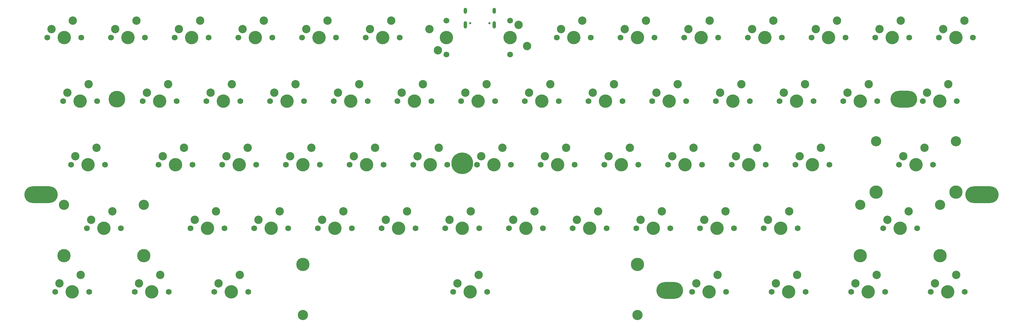
<source format=gts>
G04 #@! TF.GenerationSoftware,KiCad,Pcbnew,8.0.4*
G04 #@! TF.CreationDate,2024-08-16T15:43:28+02:00*
G04 #@! TF.ProjectId,keyboard,6b657962-6f61-4726-942e-6b696361645f,rev?*
G04 #@! TF.SameCoordinates,Original*
G04 #@! TF.FileFunction,Soldermask,Top*
G04 #@! TF.FilePolarity,Negative*
%FSLAX46Y46*%
G04 Gerber Fmt 4.6, Leading zero omitted, Abs format (unit mm)*
G04 Created by KiCad (PCBNEW 8.0.4) date 2024-08-16 15:43:28*
%MOMM*%
%LPD*%
G01*
G04 APERTURE LIST*
%ADD10C,0.650000*%
%ADD11O,1.000000X2.200000*%
%ADD12O,1.000000X1.800000*%
%ADD13C,3.048000*%
%ADD14C,3.987800*%
%ADD15C,1.750000*%
%ADD16C,4.000000*%
%ADD17C,2.500000*%
%ADD18C,6.500000*%
%ADD19O,8.000000X5.000000*%
%ADD20O,10.000000X5.000000*%
%ADD21C,5.000000*%
G04 APERTURE END LIST*
D10*
X130860000Y-5100000D03*
X136640000Y-5100000D03*
D11*
X129430000Y-5600000D03*
D12*
X129430000Y-1400000D03*
D11*
X138070000Y-5600000D03*
D12*
X138070000Y-1400000D03*
D13*
X180843750Y-92585000D03*
D14*
X180843750Y-77375000D03*
D13*
X80843750Y-92585000D03*
D14*
X80843750Y-77375000D03*
D15*
X128145000Y-28450000D03*
D16*
X133225000Y-28450000D03*
D15*
X138305000Y-28450000D03*
D17*
X129415000Y-25910000D03*
X135765000Y-23370000D03*
D15*
X185295000Y-28450000D03*
D16*
X190375000Y-28450000D03*
D15*
X195455000Y-28450000D03*
D17*
X186565000Y-25910000D03*
X192915000Y-23370000D03*
D15*
X175770000Y-9400000D03*
D16*
X180850000Y-9400000D03*
D15*
X185930000Y-9400000D03*
D17*
X177040000Y-6860000D03*
X183390000Y-4320000D03*
D15*
X221013750Y-85600000D03*
D16*
X226093750Y-85600000D03*
D15*
X231173750Y-85600000D03*
D17*
X222283750Y-83060000D03*
X228633750Y-80520000D03*
D18*
X128450000Y-47100000D03*
D15*
X99570000Y-9400000D03*
D16*
X104650000Y-9400000D03*
D15*
X109730000Y-9400000D03*
D17*
X100840000Y-6860000D03*
X107190000Y-4320000D03*
D15*
X244826250Y-85600000D03*
D16*
X249906250Y-85600000D03*
D15*
X254986250Y-85600000D03*
D17*
X246096250Y-83060000D03*
X252446250Y-80520000D03*
D15*
X251970000Y-9400000D03*
D16*
X257050000Y-9400000D03*
D15*
X262130000Y-9400000D03*
D17*
X253240000Y-6860000D03*
X259590000Y-4320000D03*
D15*
X42420000Y-9400000D03*
D16*
X47500000Y-9400000D03*
D15*
X52580000Y-9400000D03*
D17*
X43690000Y-6860000D03*
X50040000Y-4320000D03*
D15*
X23370000Y-9400000D03*
D16*
X28450000Y-9400000D03*
D15*
X33530000Y-9400000D03*
D17*
X24640000Y-6860000D03*
X30990000Y-4320000D03*
D15*
X223395000Y-28450000D03*
D16*
X228475000Y-28450000D03*
D15*
X233555000Y-28450000D03*
D17*
X224665000Y-25910000D03*
X231015000Y-23370000D03*
D15*
X209107500Y-47500000D03*
D16*
X214187500Y-47500000D03*
D15*
X219267500Y-47500000D03*
D17*
X210377500Y-44960000D03*
X216727500Y-42420000D03*
D15*
X142750000Y-4320000D03*
D16*
X142750000Y-9400000D03*
D15*
X142750000Y-14480000D03*
D17*
X145290000Y-5590000D03*
X147830000Y-11940000D03*
D15*
X156720000Y-9400000D03*
D16*
X161800000Y-9400000D03*
D15*
X166880000Y-9400000D03*
D17*
X157990000Y-6860000D03*
X164340000Y-4320000D03*
D15*
X268638750Y-85600000D03*
D16*
X273718750Y-85600000D03*
D15*
X278798750Y-85600000D03*
D17*
X269908750Y-83060000D03*
X276258750Y-80520000D03*
D15*
X37657500Y-47500000D03*
D16*
X42737500Y-47500000D03*
D15*
X47817500Y-47500000D03*
D17*
X38927500Y-44960000D03*
X45277500Y-42420000D03*
D15*
X4320000Y-9400000D03*
D16*
X9400000Y-9400000D03*
D15*
X14480000Y-9400000D03*
D17*
X5590000Y-6860000D03*
X11940000Y-4320000D03*
D15*
X204345000Y-28450000D03*
D16*
X209425000Y-28450000D03*
D15*
X214505000Y-28450000D03*
D17*
X205615000Y-25910000D03*
X211965000Y-23370000D03*
D15*
X259113750Y-47500000D03*
D16*
X264193750Y-47500000D03*
D15*
X269273750Y-47500000D03*
D17*
X260383750Y-44960000D03*
X266733750Y-42420000D03*
D15*
X161482500Y-66550000D03*
D16*
X166562500Y-66550000D03*
D15*
X171642500Y-66550000D03*
D17*
X162752500Y-64010000D03*
X169102500Y-61470000D03*
D15*
X104332500Y-66550000D03*
D16*
X109412500Y-66550000D03*
D15*
X114492500Y-66550000D03*
D17*
X105602500Y-64010000D03*
X111952500Y-61470000D03*
D15*
X123700000Y-14480000D03*
D16*
X123700000Y-9400000D03*
D15*
X123700000Y-4320000D03*
D17*
X121160000Y-13210000D03*
X118620000Y-6860000D03*
D15*
X194820000Y-9400000D03*
D16*
X199900000Y-9400000D03*
D15*
X204980000Y-9400000D03*
D17*
X196090000Y-6860000D03*
X202440000Y-4320000D03*
D19*
X260550000Y-27900000D03*
D15*
X242445000Y-28450000D03*
D16*
X247525000Y-28450000D03*
D15*
X252605000Y-28450000D03*
D17*
X243715000Y-25910000D03*
X250065000Y-23370000D03*
D15*
X109095000Y-28450000D03*
D16*
X114175000Y-28450000D03*
D15*
X119255000Y-28450000D03*
D17*
X110365000Y-25910000D03*
X116715000Y-23370000D03*
D15*
X132907500Y-47500000D03*
D16*
X137987500Y-47500000D03*
D15*
X143067500Y-47500000D03*
D17*
X134177500Y-44960000D03*
X140527500Y-42420000D03*
D15*
X171007500Y-47500000D03*
D16*
X176087500Y-47500000D03*
D15*
X181167500Y-47500000D03*
D17*
X172277500Y-44960000D03*
X178627500Y-42420000D03*
D15*
X151957500Y-47500000D03*
D16*
X157037500Y-47500000D03*
D15*
X162117500Y-47500000D03*
D17*
X153227500Y-44960000D03*
X159577500Y-42420000D03*
D15*
X32895000Y-28450000D03*
D16*
X37975000Y-28450000D03*
D15*
X43055000Y-28450000D03*
D17*
X34165000Y-25910000D03*
X40515000Y-23370000D03*
D15*
X232920000Y-9400000D03*
D16*
X238000000Y-9400000D03*
D15*
X243080000Y-9400000D03*
D17*
X234190000Y-6860000D03*
X240540000Y-4320000D03*
D15*
X85282500Y-66550000D03*
D16*
X90362500Y-66550000D03*
D15*
X95442500Y-66550000D03*
D17*
X86552500Y-64010000D03*
X92902500Y-61470000D03*
D15*
X190057500Y-47500000D03*
D16*
X195137500Y-47500000D03*
D15*
X200217500Y-47500000D03*
D17*
X191327500Y-44960000D03*
X197677500Y-42420000D03*
D20*
X2500000Y-56500000D03*
D15*
X197201250Y-85600000D03*
D16*
X202281250Y-85600000D03*
D15*
X207361250Y-85600000D03*
D17*
X198471250Y-83060000D03*
X204821250Y-80520000D03*
D15*
X54326250Y-85600000D03*
D16*
X59406250Y-85600000D03*
D15*
X64486250Y-85600000D03*
D17*
X55596250Y-83060000D03*
X61946250Y-80520000D03*
D15*
X125763750Y-85600000D03*
D16*
X130843750Y-85600000D03*
D15*
X135923750Y-85600000D03*
D17*
X127033750Y-83060000D03*
X133383750Y-80520000D03*
D15*
X147195000Y-28450000D03*
D16*
X152275000Y-28450000D03*
D15*
X157355000Y-28450000D03*
D17*
X148465000Y-25910000D03*
X154815000Y-23370000D03*
D15*
X75757500Y-47500000D03*
D16*
X80837500Y-47500000D03*
D15*
X85917500Y-47500000D03*
D17*
X77027500Y-44960000D03*
X83377500Y-42420000D03*
D15*
X254351250Y-66550000D03*
D16*
X259431250Y-66550000D03*
D15*
X264511250Y-66550000D03*
D17*
X255621250Y-64010000D03*
X261971250Y-61470000D03*
D15*
X166245000Y-28450000D03*
D16*
X171325000Y-28450000D03*
D15*
X176405000Y-28450000D03*
D17*
X167515000Y-25910000D03*
X173865000Y-23370000D03*
D15*
X123382500Y-66550000D03*
D16*
X128462500Y-66550000D03*
D15*
X133542500Y-66550000D03*
D17*
X124652500Y-64010000D03*
X131002500Y-61470000D03*
D15*
X113857500Y-47500000D03*
D16*
X118937500Y-47500000D03*
D15*
X124017500Y-47500000D03*
D17*
X115127500Y-44960000D03*
X121477500Y-42420000D03*
D15*
X66232500Y-66550000D03*
D16*
X71312500Y-66550000D03*
D15*
X76392500Y-66550000D03*
D17*
X67502500Y-64010000D03*
X73852500Y-61470000D03*
D15*
X213870000Y-9400000D03*
D16*
X218950000Y-9400000D03*
D15*
X224030000Y-9400000D03*
D17*
X215140000Y-6860000D03*
X221490000Y-4320000D03*
D21*
X25200000Y-27900000D03*
D15*
X218632500Y-66550000D03*
D16*
X223712500Y-66550000D03*
D15*
X228792500Y-66550000D03*
D17*
X219902500Y-64010000D03*
X226252500Y-61470000D03*
D15*
X180532500Y-66550000D03*
D16*
X185612500Y-66550000D03*
D15*
X190692500Y-66550000D03*
D17*
X181802500Y-64010000D03*
X188152500Y-61470000D03*
D15*
X271020000Y-9400000D03*
D16*
X276100000Y-9400000D03*
D15*
X281180000Y-9400000D03*
D17*
X272290000Y-6860000D03*
X278640000Y-4320000D03*
D15*
X80520000Y-9400000D03*
D16*
X85600000Y-9400000D03*
D15*
X90680000Y-9400000D03*
D17*
X81790000Y-6860000D03*
X88140000Y-4320000D03*
D15*
X70995000Y-28450000D03*
D16*
X76075000Y-28450000D03*
D15*
X81155000Y-28450000D03*
D17*
X72265000Y-25910000D03*
X78615000Y-23370000D03*
D15*
X266257500Y-28450000D03*
D16*
X271337500Y-28450000D03*
D15*
X276417500Y-28450000D03*
D17*
X267527500Y-25910000D03*
X273877500Y-23370000D03*
D15*
X56707500Y-47500000D03*
D16*
X61787500Y-47500000D03*
D15*
X66867500Y-47500000D03*
D17*
X57977500Y-44960000D03*
X64327500Y-42420000D03*
D15*
X16226250Y-66550000D03*
D16*
X21306250Y-66550000D03*
D15*
X26386250Y-66550000D03*
D17*
X17496250Y-64010000D03*
X23846250Y-61470000D03*
D15*
X6701250Y-85600000D03*
D16*
X11781250Y-85600000D03*
D15*
X16861250Y-85600000D03*
D17*
X7971250Y-83060000D03*
X14321250Y-80520000D03*
D15*
X199582500Y-66550000D03*
D16*
X204662500Y-66550000D03*
D15*
X209742500Y-66550000D03*
D17*
X200852500Y-64010000D03*
X207202500Y-61470000D03*
D19*
X190500000Y-85200000D03*
D15*
X142432500Y-66550000D03*
D16*
X147512500Y-66550000D03*
D15*
X152592500Y-66550000D03*
D17*
X143702500Y-64010000D03*
X150052500Y-61470000D03*
D15*
X61470000Y-9400000D03*
D16*
X66550000Y-9400000D03*
D15*
X71630000Y-9400000D03*
D17*
X62740000Y-6860000D03*
X69090000Y-4320000D03*
D15*
X228157500Y-47500000D03*
D16*
X233237500Y-47500000D03*
D15*
X238317500Y-47500000D03*
D17*
X229427500Y-44960000D03*
X235777500Y-42420000D03*
D15*
X94807500Y-47500000D03*
D16*
X99887500Y-47500000D03*
D15*
X104967500Y-47500000D03*
D17*
X96077500Y-44960000D03*
X102427500Y-42420000D03*
D15*
X47182500Y-66550000D03*
D16*
X52262500Y-66550000D03*
D15*
X57342500Y-66550000D03*
D17*
X48452500Y-64010000D03*
X54802500Y-61470000D03*
D15*
X9082500Y-28450000D03*
D16*
X14162500Y-28450000D03*
D15*
X19242500Y-28450000D03*
D17*
X10352500Y-25910000D03*
X16702500Y-23370000D03*
D15*
X30513750Y-85600000D03*
D16*
X35593750Y-85600000D03*
D15*
X40673750Y-85600000D03*
D17*
X31783750Y-83060000D03*
X38133750Y-80520000D03*
D15*
X11463750Y-47500000D03*
D16*
X16543750Y-47500000D03*
D15*
X21623750Y-47500000D03*
D17*
X12733750Y-44960000D03*
X19083750Y-42420000D03*
D15*
X51945000Y-28450000D03*
D16*
X57025000Y-28450000D03*
D15*
X62105000Y-28450000D03*
D17*
X53215000Y-25910000D03*
X59565000Y-23370000D03*
D20*
X283900000Y-56500000D03*
D15*
X90045000Y-28450000D03*
D16*
X95125000Y-28450000D03*
D15*
X100205000Y-28450000D03*
D17*
X91315000Y-25910000D03*
X97665000Y-23370000D03*
D13*
X252255750Y-40515000D03*
D14*
X252255750Y-55725000D03*
D13*
X276131750Y-40515000D03*
D14*
X276131750Y-55725000D03*
D13*
X9368250Y-59565000D03*
D14*
X9368250Y-74775000D03*
D13*
X33244250Y-59565000D03*
D14*
X33244250Y-74775000D03*
D13*
X247493250Y-59565000D03*
D14*
X247493250Y-74775000D03*
D13*
X271369250Y-59565000D03*
D14*
X271369250Y-74775000D03*
M02*

</source>
